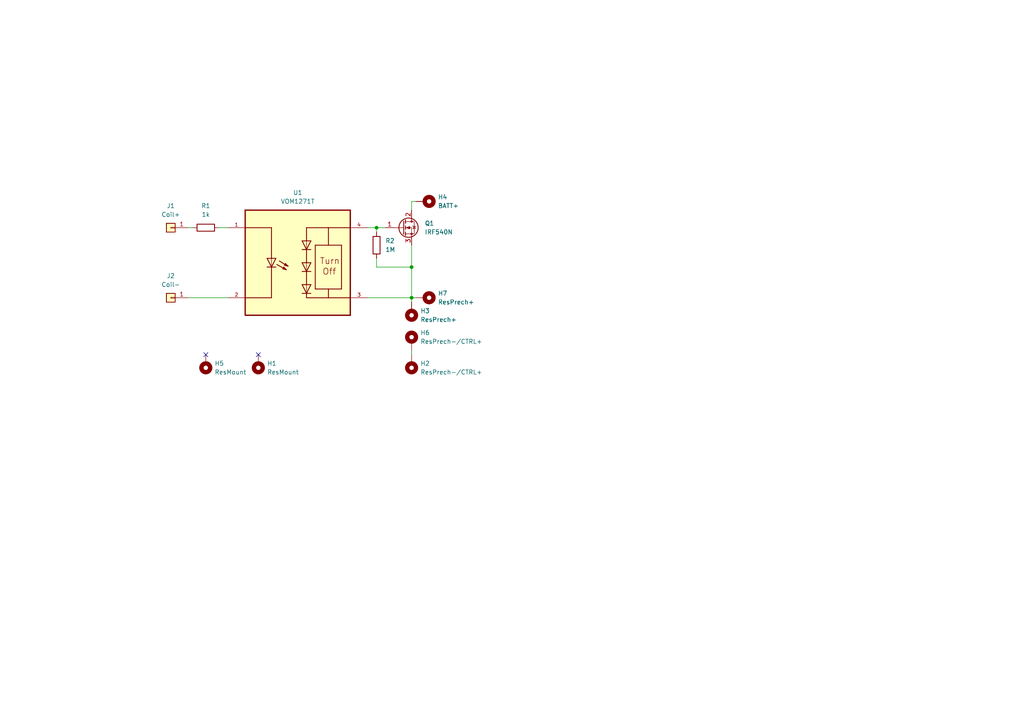
<source format=kicad_sch>
(kicad_sch (version 20250114) (generator "eeschema") (generator_version "9.0")
  (paper "A4")
  (lib_symbols
    (symbol "Connector_Generic:Conn_01x01" (pin_names (offset 1.016) (hide yes))
      (property "Reference" "J" (at 0 2.54 0))
      (property "Value" "Conn_01x01" (at 0 -2.54 0))
      (symbol "Conn_01x01_1_1"
        (rectangle (start -1.27 1.27) (end 1.27 -1.27) (stroke (width 0.254)) (fill (type background)))
        (rectangle (start -1.27 0.127) (end 0 -0.127) (stroke (width 0.1524)))
        (pin passive line (at -5.08 0 0) (length 3.81) (name "Pin_1") (number "1"))
      )
    )
    (symbol "Device:R" (pin_numbers (hide yes)) (pin_names (offset 0))
      (property "Reference" "R" (at 2.032 0 90))
      (property "Value" "R" (at 0 0 90))
      (symbol "R_0_1"
        (rectangle (start -1.016 -2.54) (end 1.016 2.54) (stroke (width 0.254)))
      )
      (symbol "R_1_1"
        (pin passive line (at 0 3.81 270) (length 1.27) (name "~") (number "1"))
        (pin passive line (at 0 -3.81 90) (length 1.27) (name "~") (number "2"))
      )
    )
    (symbol "Mechanical:MountingHole_Pad" (pin_numbers (hide yes)) (pin_names (offset 1.016) (hide yes)) (in_bom no)
      (property "Reference" "H" (at 0 6.35 0))
      (property "Value" "MountingHole_Pad" (at 0 4.445 0))
      (symbol "MountingHole_Pad_0_1"
        (circle (center 0 1.27) (radius 1.27) (stroke (width 1.27)))
      )
      (symbol "MountingHole_Pad_1_1"
        (pin input line (at 0 -2.54 90) (length 2.54) (name "1") (number "1"))
      )
    )
    (symbol "Transistor_FET:IRF540N" (pin_names (hide yes))
      (property "Reference" "Q" (at 5.08 1.905 0))
      (property "Value" "IRF540N" (at 5.08 0 0))
      (symbol "IRF540N_0_1"
        (polyline (pts (xy 0.254 1.905) (xy 0.254 -1.905)) (stroke (width 0.254)))
        (polyline (pts (xy 0.254 0) (xy -2.54 0)))
        (polyline (pts (xy 0.762 2.286) (xy 0.762 1.27)) (stroke (width 0.254)))
        (polyline (pts (xy 0.762 0.508) (xy 0.762 -0.508)) (stroke (width 0.254)))
        (polyline (pts (xy 0.762 -1.27) (xy 0.762 -2.286)) (stroke (width 0.254)))
        (polyline (pts (xy 0.762 -1.778) (xy 3.302 -1.778) (xy 3.302 1.778) (xy 0.762 1.778)))
        (polyline (pts (xy 1.016 0) (xy 2.032 0.381) (xy 2.032 -0.381) (xy 1.016 0)) (fill (type outline)))
        (circle (center 1.651 0) (radius 2.794) (stroke (width 0.254)))
        (polyline (pts (xy 2.54 2.54) (xy 2.54 1.778)))
        (circle (center 2.54 1.778) (radius 0.254) (fill (type outline)))
        (circle (center 2.54 -1.778) (radius 0.254) (fill (type outline)))
        (polyline (pts (xy 2.54 -2.54) (xy 2.54 0) (xy 0.762 0)))
        (polyline (pts (xy 2.794 0.508) (xy 2.921 0.381) (xy 3.683 0.381) (xy 3.81 0.254)))
        (polyline (pts (xy 3.302 0.381) (xy 2.921 -0.254) (xy 3.683 -0.254) (xy 3.302 0.381)))
      )
      (symbol "IRF540N_1_1"
        (pin input line (at -5.08 0 0) (length 2.54) (name "G") (number "1"))
        (pin passive line (at 2.54 5.08 270) (length 2.54) (name "D") (number "2"))
        (pin passive line (at 2.54 -5.08 90) (length 2.54) (name "S") (number "3"))
      )
    )
    (symbol "VOM1271T:VOM1271T" (pin_names (offset 1.016))
      (property "Reference" "U" (at -2.5402 16.257 0))
      (property "Value" "VOM1271T" (at -2.5415 -17.7905 0))
      (symbol "VOM1271T_0_0"
        (rectangle (start -15.24 15.24) (end 15.24 -15.24) (stroke (width 0.4064)) (fill (type background)))
        (polyline (pts (xy -15.24 10.16) (xy -7.62 10.16)) (stroke (width 0.254)))
        (polyline (pts (xy -7.62 10.16) (xy -7.62 1.27)) (stroke (width 0.254)))
        (polyline (pts (xy -7.62 1.27) (xy -8.89 1.27)) (stroke (width 0.254)))
        (polyline (pts (xy -7.62 1.27) (xy -7.62 -1.27)) (stroke (width 0.1524)))
        (polyline (pts (xy -7.62 -1.27) (xy -8.89 1.27)) (stroke (width 0.254)))
        (polyline (pts (xy -7.62 -1.27) (xy -8.89 -1.27)) (stroke (width 0.254)))
        (polyline (pts (xy -7.62 -1.27) (xy -7.62 -10.16)) (stroke (width 0.254)))
        (polyline (pts (xy -7.62 -10.16) (xy -15.24 -10.16)) (stroke (width 0.254)))
        (polyline (pts (xy -6.35 1.27) (xy -7.62 1.27)) (stroke (width 0.254)))
        (polyline (pts (xy -6.35 1.27) (xy -7.62 -1.27)) (stroke (width 0.254)))
        (polyline (pts (xy -6.35 -1.27) (xy -7.62 -1.27)) (stroke (width 0.254)))
        (polyline (pts (xy -4.318 -1.778) (xy -3.302 -2.032)) (stroke (width 0.254)))
        (polyline (pts (xy -4.064 -1.27) (xy -4.318 -1.778)) (stroke (width 0.254)))
        (polyline (pts (xy -3.81 -0.762) (xy -2.794 -1.016)) (stroke (width 0.254)))
        (polyline (pts (xy -3.81 -1.778) (xy -6.096 -0.508)) (stroke (width 0.254)))
        (polyline (pts (xy -3.556 -0.254) (xy -3.81 -0.762)) (stroke (width 0.254)))
        (polyline (pts (xy -3.302 -0.762) (xy -5.334 0.508)) (stroke (width 0.254)))
        (polyline (pts (xy -3.302 -2.032) (xy -4.064 -1.27)) (stroke (width 0.254)))
        (polyline (pts (xy -2.794 -1.016) (xy -3.556 -0.254)) (stroke (width 0.254)))
        (polyline (pts (xy 2.54 10.16) (xy 2.54 6.35)) (stroke (width 0.254)))
        (polyline (pts (xy 2.54 6.35) (xy 1.27 6.35)) (stroke (width 0.254)))
        (polyline (pts (xy 2.54 6.35) (xy 2.54 3.81)) (stroke (width 0.1524)))
        (polyline (pts (xy 2.54 3.81) (xy 1.27 6.35)) (stroke (width 0.254)))
        (polyline (pts (xy 2.54 3.81) (xy 1.27 3.81)) (stroke (width 0.254)))
        (polyline (pts (xy 2.54 3.81) (xy 2.54 0)) (stroke (width 0.254)))
        (polyline (pts (xy 2.54 0) (xy 1.27 0)) (stroke (width 0.254)))
        (polyline (pts (xy 2.54 0) (xy 2.54 -2.54)) (stroke (width 0.1524)))
        (polyline (pts (xy 2.54 -2.54) (xy 1.27 0)) (stroke (width 0.254)))
        (polyline (pts (xy 2.54 -2.54) (xy 1.27 -2.54)) (stroke (width 0.254)))
        (polyline (pts (xy 2.54 -2.54) (xy 2.54 -6.35)) (stroke (width 0.254)))
        (polyline (pts (xy 2.54 -6.35) (xy 1.27 -6.35)) (stroke (width 0.254)))
        (polyline (pts (xy 2.54 -6.35) (xy 2.54 -8.89)) (stroke (width 0.1524)))
        (polyline (pts (xy 2.54 -8.89) (xy 1.27 -6.35)) (stroke (width 0.254)))
        (polyline (pts (xy 2.54 -8.89) (xy 1.27 -8.89)) (stroke (width 0.254)))
        (polyline (pts (xy 2.54 -8.89) (xy 2.54 -10.16)) (stroke (width 0.254)))
        (polyline (pts (xy 2.54 -10.16) (xy 8.89 -10.16)) (stroke (width 0.254)))
        (polyline (pts (xy 3.81 6.35) (xy 2.54 6.35)) (stroke (width 0.254)))
        (polyline (pts (xy 3.81 6.35) (xy 2.54 3.81)) (stroke (width 0.254)))
        (polyline (pts (xy 3.81 3.81) (xy 2.54 3.81)) (stroke (width 0.254)))
        (polyline (pts (xy 3.81 0) (xy 2.54 0)) (stroke (width 0.254)))
        (polyline (pts (xy 3.81 0) (xy 2.54 -2.54)) (stroke (width 0.254)))
        (polyline (pts (xy 3.81 -2.54) (xy 2.54 -2.54)) (stroke (width 0.254)))
        (polyline (pts (xy 3.81 -6.35) (xy 2.54 -6.35)) (stroke (width 0.254)))
        (polyline (pts (xy 3.81 -6.35) (xy 2.54 -8.89)) (stroke (width 0.254)))
        (polyline (pts (xy 3.81 -8.89) (xy 2.54 -8.89)) (stroke (width 0.254)))
        (polyline (pts (xy 5.08 5.08) (xy 8.89 5.08)) (stroke (width 0.254)))
        (polyline (pts (xy 5.08 -7.62) (xy 5.08 5.08)) (stroke (width 0.254)))
        (polyline (pts (xy 8.89 10.16) (xy 2.54 10.16)) (stroke (width 0.254)))
        (polyline (pts (xy 8.89 10.16) (xy 15.24 10.16)) (stroke (width 0.254)))
        (polyline (pts (xy 8.89 5.08) (xy 8.89 10.16)) (stroke (width 0.254)))
        (polyline (pts (xy 8.89 5.08) (xy 12.7 5.08)) (stroke (width 0.254)))
        (polyline (pts (xy 8.89 -7.62) (xy 5.08 -7.62)) (stroke (width 0.254)))
        (polyline (pts (xy 8.89 -7.62) (xy 8.89 -10.16)) (stroke (width 0.254)))
        (polyline (pts (xy 8.89 -10.16) (xy 15.24 -10.16)) (stroke (width 0.254)))
        (polyline (pts (xy 12.7 5.08) (xy 12.7 -7.62)) (stroke (width 0.254)))
        (polyline (pts (xy 12.7 -7.62) (xy 8.89 -7.62)) (stroke (width 0.254)))
        (text "Turn" (at 6.356 -0.5085 0) (effects (font (size 1.7797 1.7797)) (justify left bottom)))
        (text "Off" (at 7.1187 -3.5594 0) (effects (font (size 1.7797 1.7797)) (justify left bottom)))
        (pin passive line (at -20.32 10.16 0) (length 5.08) (name "~") (number "1"))
        (pin passive line (at -20.32 -10.16 0) (length 5.08) (name "~") (number "2"))
        (pin passive line (at 20.32 10.16 180) (length 5.08) (name "~") (number "4"))
        (pin passive line (at 20.32 -10.16 180) (length 5.08) (name "~") (number "3"))
      )
    )
  )
  (junction (at 119.38 77.47))
  (junction (at 109.22 66.04))
  (junction (at 119.38 86.36))
  (no_connect (at 59.69 102.87))
  (no_connect (at 74.93 102.87))
  (wire (pts (xy 119.38 71.12) (xy 119.38 77.47)))
  (wire (pts (xy 119.38 86.36) (xy 106.68 86.36)))
  (wire (pts (xy 109.22 66.04) (xy 109.22 67.31)))
  (wire (pts (xy 120.65 58.42) (xy 119.38 58.42)))
  (wire (pts (xy 120.65 86.36) (xy 119.38 86.36)))
  (wire (pts (xy 119.38 77.47) (xy 119.38 86.36)))
  (wire (pts (xy 109.22 66.04) (xy 106.68 66.04)))
  (wire (pts (xy 119.38 58.42) (xy 119.38 60.96)))
  (wire (pts (xy 66.04 66.04) (xy 63.5 66.04)))
  (wire (pts (xy 54.61 66.04) (xy 55.88 66.04)))
  (wire (pts (xy 119.38 101.6) (xy 119.38 102.87)))
  (wire (pts (xy 109.22 77.47) (xy 119.38 77.47)))
  (wire (pts (xy 54.61 86.36) (xy 66.04 86.36)))
  (wire (pts (xy 111.76 66.04) (xy 109.22 66.04)))
  (wire (pts (xy 109.22 74.93) (xy 109.22 77.47)))
  (wire (pts (xy 119.38 87.63) (xy 119.38 86.36)))
  (symbol (lib_id "Device:R") (at 109.22 71.12 180) (unit 1)
    (property "Reference" "R2" (at 111.76 69.8499 0) (effects (justify right)))
    (property "Value" "1M" (at 111.76 72.3899 0) (effects (justify right)))
    (property "Footprint" "Resistor_SMD:R_1206_3216Metric" (effects (hide yes)))
    (property "Description" "Resistor" (effects (hide yes)))
  )
  (symbol (lib_id "Mechanical:MountingHole_Pad") (at 59.69 105.41 180) (unit 1) (in_bom no)
    (property "Reference" "H5" (at 62.23 105.4099 0) (effects (justify right)))
    (property "Value" "ResMount" (at 62.23 107.9499 0) (effects (justify right)))
    (property "Footprint" "MountingHole:MountingHole_3.2mm_M3" (effects (hide yes)))
    (property "Description" "Mounting Hole with connection" (effects (hide yes)))
  )
  (symbol (lib_id "Mechanical:MountingHole_Pad") (at 119.38 105.41 180) (unit 1) (in_bom no)
    (property "Reference" "H2" (at 121.92 105.4099 0) (effects (justify right)))
    (property "Value" "ResPrech-/CTRL+" (at 121.92 107.9499 0) (effects (justify right)))
    (property "Footprint" "MountingHole:MountingHole_3.2mm_M3_DIN965_Pad" (effects (hide yes)))
    (property "Description" "Mounting Hole with connection" (effects (hide yes)))
  )
  (symbol (lib_id "Transistor_FET:IRF540N") (at 116.84 66.04 0) (unit 1)
    (property "Reference" "Q1" (at 123.19 64.7699 0) (effects (justify left)))
    (property "Value" "IRF540N" (at 123.19 67.3099 0) (effects (justify left)))
    (property "Footprint" "Package_TO_SOT_THT:TO-220F-3_Horizontal_TabDown" (effects (hide yes)))
    (property "Datasheet" "http://www.irf.com/product-info/datasheets/data/irf540n.pdf" (effects (hide yes)))
    (property "Description" "33A Id, 100V Vds, HEXFET N-Channel MOSFET, TO-220" (effects (hide yes)))
  )
  (symbol (lib_id "Mechanical:MountingHole_Pad") (at 123.19 86.36 270) (unit 1) (in_bom no)
    (property "Reference" "H7" (at 127 85.0899 90) (effects (justify left)))
    (property "Value" "ResPrech+" (at 127 87.6299 90) (effects (justify left)))
    (property "Footprint" "MountingHole:MountingHole_3.2mm_M3_DIN965_Pad" (effects (hide yes)))
    (property "Description" "Mounting Hole with connection" (effects (hide yes)))
  )
  (symbol (lib_id "Connector_Generic:Conn_01x01") (at 49.53 66.04 180) (unit 1)
    (property "Reference" "J1" (at 49.53 59.69 0))
    (property "Value" "Coil+" (at 49.53 62.23 0))
    (property "Footprint" "Connector_PinHeader_2.54mm:PinHeader_1x01_P2.54mm_Vertical" (effects (hide yes)))
    (property "Description" "Generic connector, single row, 01x01, script generated (kicad-library-utils/schlib/autogen/connector/)" (effects (hide yes)))
  )
  (symbol (lib_id "Connector_Generic:Conn_01x01") (at 49.53 86.36 180) (unit 1)
    (property "Reference" "J2" (at 49.53 80.01 0))
    (property "Value" "Coil-" (at 49.53 82.55 0))
    (property "Footprint" "Connector_PinHeader_2.54mm:PinHeader_1x01_P2.54mm_Vertical" (effects (hide yes)))
    (property "Description" "Generic connector, single row, 01x01, script generated (kicad-library-utils/schlib/autogen/connector/)" (effects (hide yes)))
  )
  (symbol (lib_id "VOM1271T:VOM1271T") (at 86.36 76.2 0) (unit 1)
    (property "Reference" "U1" (at 86.36 55.88 0))
    (property "Value" "VOM1271T" (at 86.36 58.42 0))
    (property "Footprint" "SOIC254P695X242-4N:SOIC254P695X242-4N" (effects (hide yes)))
    (property "MF" "Vishay Semiconductor" (effects (hide yes)))
    (property "Description_1" "Optoisolator Photovoltaic Output 3750Vrms 1 Channel 4-SOP (2.54mm)" (effects (hide yes)))
    (property "Package" "SOP-4 Vishay Semiconductor" (effects (hide yes)))
    (property "Price" "None" (effects (hide yes)))
    (property "Check_prices" "https://www.snapeda.com/parts/VOM1271T/Vishay/view-part/?ref=eda" (effects (hide yes)))
    (property "SnapEDA_Link" "https://www.snapeda.com/parts/VOM1271T/Vishay/view-part/?ref=snap" (effects (hide yes)))
    (property "MP" "VOM1271T" (effects (hide yes)))
    (property "Purchase-URL" "https://www.snapeda.com/api/url_track_click_mouser/?unipart_id=299042&manufacturer=Vishay Semiconductor&part_name=VOM1271T&search_term=None" (effects (hide yes)))
    (property "Availability" "In Stock" (effects (hide yes)))
    (property "MANUFACTURER" "VISHAY" (effects (hide yes)))
  )
  (symbol (lib_id "Mechanical:MountingHole_Pad") (at 119.38 90.17 180) (unit 1) (in_bom no)
    (property "Reference" "H3" (at 121.92 90.1699 0) (effects (justify right)))
    (property "Value" "ResPrech+" (at 121.92 92.7099 0) (effects (justify right)))
    (property "Footprint" "MountingHole:MountingHole_3.2mm_M3_DIN965_Pad" (effects (hide yes)))
    (property "Description" "Mounting Hole with connection" (effects (hide yes)))
  )
  (symbol (lib_id "Device:R") (at 59.69 66.04 90) (unit 1)
    (property "Reference" "R1" (at 59.69 59.69 90))
    (property "Value" "1k" (at 59.69 62.23 90))
    (property "Footprint" "Resistor_SMD:R_1206_3216Metric" (effects (hide yes)))
    (property "Description" "Resistor" (effects (hide yes)))
  )
  (symbol (lib_id "Mechanical:MountingHole_Pad") (at 123.19 58.42 270) (unit 1) (in_bom no)
    (property "Reference" "H4" (at 127 57.1499 90) (effects (justify left)))
    (property "Value" "BATT+" (at 127 59.6899 90) (effects (justify left)))
    (property "Footprint" "MountingHole:MountingHole_6.4mm_M6_DIN965_Pad" (effects (hide yes)))
    (property "Description" "Mounting Hole with connection" (effects (hide yes)))
  )
  (symbol (lib_id "Mechanical:MountingHole_Pad") (at 119.38 99.06 0) (unit 1) (in_bom no)
    (property "Reference" "H6" (at 121.92 96.5199 0) (effects (justify left)))
    (property "Value" "ResPrech-/CTRL+" (at 121.92 99.0599 0) (effects (justify left)))
    (property "Footprint" "MountingHole:MountingHole_3.2mm_M3_DIN965_Pad" (effects (hide yes)))
    (property "Description" "Mounting Hole with connection" (effects (hide yes)))
  )
  (symbol (lib_id "Mechanical:MountingHole_Pad") (at 74.93 105.41 180) (unit 1) (in_bom no)
    (property "Reference" "H1" (at 77.47 105.4099 0) (effects (justify right)))
    (property "Value" "ResMount" (at 77.47 107.9499 0) (effects (justify right)))
    (property "Footprint" "MountingHole:MountingHole_3.2mm_M3" (effects (hide yes)))
    (property "Description" "Mounting Hole with connection" (effects (hide yes)))
  )
)
</source>
